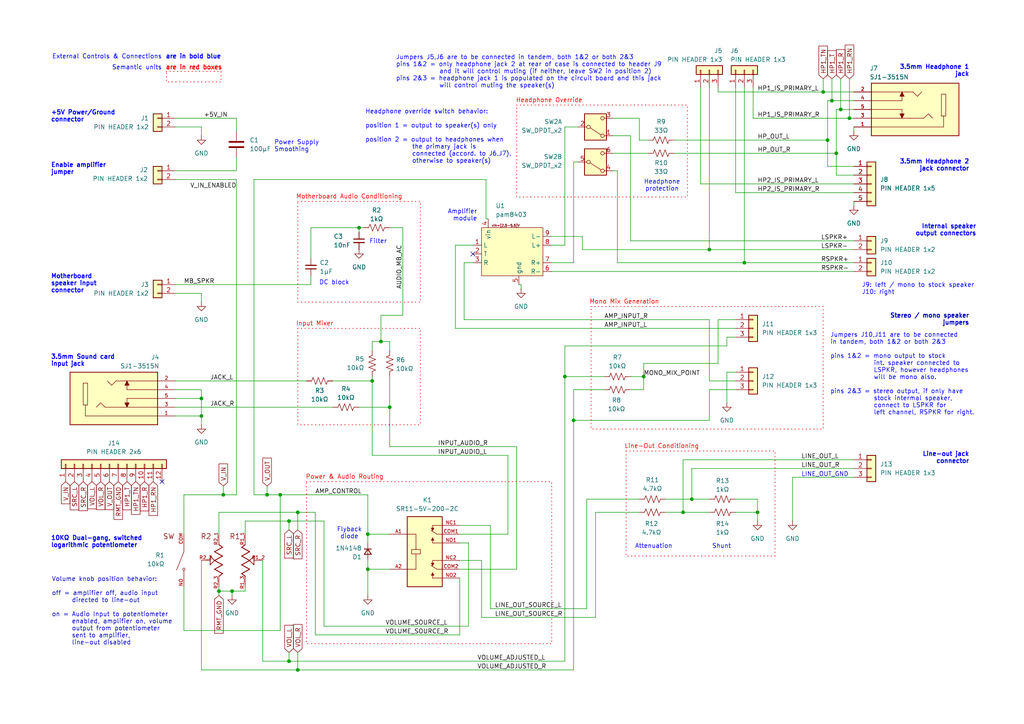
<source format=kicad_sch>
(kicad_sch (version 20250114) (generator "eeschema") (generator_version "9.0")
  (paper "A4")
  (title_block (title "Apple 2 Audio Helper") (date "2026-01-17") (rev "0.7.1") (company "Northwest Retroventures") (comment 1 "Optionally supports second internal speaker for stereo.") (comment 2 "Outputs to line-out jack & headphone jack (rear of case), stock speaker.") (comment 3 "Routes sound card and motherboard audio sources. Power from int. game port connector.") (comment 4 "Circuit to mount internal to Apple 2 beneath keyboard, exposing mode & volume knobs."))
  (lib_symbols
    (symbol "Connector_Generic:Conn_01x02" (pin_names (offset 1.016) (hide yes))
      (property "Reference" "J" (at 0 2.54 0))
      (property "Value" "Conn_01x02" (at 0 -5.08 0))
      (symbol "Conn_01x02_1_1"
        (pin passive line (at -5.08 0 0) (length 3.81) (name "Pin_1") (number "1"))
        (pin passive line (at -5.08 -2.54 0) (length 3.81) (name "Pin_2") (number "2"))
      )
    )
    (symbol "Connector_Generic:Conn_01x03" (pin_names (offset 1.016) (hide yes))
      (property "Reference" "J" (at 0 5.08 0))
      (property "Value" "Conn_01x03" (at 0 -5.08 0))
      (symbol "Conn_01x03_1_1"
        (pin passive line (at -5.08 2.54 0) (length 3.81) (name "Pin_1") (number "1"))
        (pin passive line (at -5.08 0 0) (length 3.81) (name "Pin_2") (number "2"))
        (pin passive line (at -5.08 -2.54 0) (length 3.81) (name "Pin_3") (number "3"))
      )
    )
    (symbol "Connector_Generic:Conn_01x05" (pin_names (offset 1.016) (hide yes))
      (property "Reference" "J" (at 0 7.62 0))
      (property "Value" "Conn_01x05" (at 0 -7.62 0))
      (symbol "Conn_01x05_1_1"
        (pin passive line (at -5.08 5.08 0) (length 3.81) (name "Pin_1") (number "1"))
        (pin passive line (at -5.08 2.54 0) (length 3.81) (name "Pin_2") (number "2"))
        (pin passive line (at -5.08 0 0) (length 3.81) (name "Pin_3") (number "3"))
        (pin passive line (at -5.08 -2.54 0) (length 3.81) (name "Pin_4") (number "4"))
        (pin passive line (at -5.08 -5.08 0) (length 3.81) (name "Pin_5") (number "5"))
      )
    )
    (symbol "Connector_Generic:Conn_01x12" (pin_names (offset 1.016) (hide yes))
      (property "Reference" "J" (at 0 15.24 0))
      (property "Value" "Conn_01x12" (at 0 -17.78 0))
      (symbol "Conn_01x12_1_1"
        (pin passive line (at -5.08 12.7 0) (length 3.81) (name "Pin_1") (number "1"))
        (pin passive line (at -5.08 10.16 0) (length 3.81) (name "Pin_2") (number "2"))
        (pin passive line (at -5.08 7.62 0) (length 3.81) (name "Pin_3") (number "3"))
        (pin passive line (at -5.08 5.08 0) (length 3.81) (name "Pin_4") (number "4"))
        (pin passive line (at -5.08 2.54 0) (length 3.81) (name "Pin_5") (number "5"))
        (pin passive line (at -5.08 0 0) (length 3.81) (name "Pin_6") (number "6"))
        (pin passive line (at -5.08 -2.54 0) (length 3.81) (name "Pin_7") (number "7"))
        (pin passive line (at -5.08 -5.08 0) (length 3.81) (name "Pin_8") (number "8"))
        (pin passive line (at -5.08 -7.62 0) (length 3.81) (name "Pin_9") (number "9"))
        (pin passive line (at -5.08 -10.16 0) (length 3.81) (name "Pin_10") (number "10"))
        (pin passive line (at -5.08 -12.7 0) (length 3.81) (name "Pin_11") (number "11"))
        (pin passive line (at -5.08 -15.24 0) (length 3.81) (name "Pin_12") (number "12"))
      )
    )
    (symbol "Device:C" (pin_numbers (hide yes)) (pin_names (offset 0.254))
      (property "Reference" "C" (at 0.635 2.54 0))
      (property "Value" "C" (at 0.635 -2.54 0))
      (symbol "C_1_1"
        (pin passive line (at 0 3.81 270) (length 2.794) (name "~") (number "1"))
        (pin passive line (at 0 -3.81 90) (length 2.794) (name "~") (number "2"))
      )
    )
    (symbol "Device:C_Small" (pin_numbers (hide yes)) (pin_names (offset 0.254) (hide yes))
      (property "Reference" "C" (at 0.254 1.778 0))
      (property "Value" "C_Small" (at 0.254 -2.032 0))
      (symbol "C_Small_1_1"
        (pin passive line (at 0 2.54 270) (length 2.032) (name "~") (number "1"))
        (pin passive line (at 0 -2.54 90) (length 2.032) (name "~") (number "2"))
      )
    )
    (symbol "Device:D_Small" (pin_numbers (hide yes)) (pin_names (offset 0.254) (hide yes))
      (property "Reference" "D" (at -1.27 2.032 0))
      (property "Value" "D_Small" (at -3.81 -2.032 0))
      (symbol "D_Small_1_1"
        (pin passive line (at -2.54 0 0) (length 1.778) (name "K") (number "1"))
        (pin passive line (at 2.54 0 180) (length 1.778) (name "A") (number "2"))
      )
    )
    (symbol "Device:R_US" (pin_numbers (hide yes)) (pin_names (offset 0))
      (property "Reference" "R" (at 2.54 0 90))
      (property "Value" "R_US" (at -2.54 0 90))
      (symbol "R_US_1_1"
        (pin passive line (at 0 3.81 270) (length 1.27) (name "~") (number "1"))
        (pin passive line (at 0 -3.81 90) (length 1.27) (name "~") (number "2"))
      )
    )
    (symbol "PTR902-1020K-A502:PTR902-1020K-A502" (pin_names (offset 1.016))
      (property "Reference" "R" (at -22.86 2.54 0))
      (property "Value" "PTR902-1020K-A502" (at -22.86 0 0))
      (symbol "PTR902-1020K-A502_0_0"
        (text "SW" (at -16.256 -7.874 0) (effects (font (size 1.524 1.524)) (justify left bottom)))
        (text "R2" (at -5.334 -7.874 0) (effects (font (size 1.524 1.524)) (justify left bottom)))
        (text "R1" (at 3.048 -7.874 0) (effects (font (size 1.524 1.524)) (justify left bottom)))
        (pin passive line (at -10.16 7.62 270) (length 2.54) (name "~") (number "NO"))
        (pin passive line (at -10.16 -7.62 90) (length 2.54) (name "~") (number "COM"))
        (pin passive line (at -5.08 0 0) (length 2.54) (name "~") (number "R2_2"))
        (pin passive line (at 0 7.62 270) (length 2.54) (name "~") (number "R2_3"))
        (pin passive line (at 0 -7.62 90) (length 2.54) (name "~") (number "R2_1"))
        (pin passive line (at 7.62 7.62 270) (length 2.54) (name "~") (number "R1_3"))
        (pin passive line (at 7.62 -7.62 90) (length 2.54) (name "~") (number "R1_1"))
        (pin passive line (at 12.7 0 180) (length 2.54) (name "~") (number "R1_2"))
      )
    )
    (symbol "SJ1-3515N:SJ1-3515N" (pin_names (offset 1.016))
      (property "Reference" "J" (at -12.7166 10.1733 0))
      (property "Value" "SJ1-3515N" (at -12.7202 -12.7202 0))
      (symbol "SJ1-3515N_0_0"
        (pin passive line (at 17.78 5.08 180) (length 5.08) (name "~") (number "1"))
        (pin passive line (at 17.78 2.54 180) (length 5.08) (name "~") (number "3"))
        (pin passive line (at 17.78 0 180) (length 5.08) (name "~") (number "5"))
        (pin passive line (at 17.78 -2.54 180) (length 5.08) (name "~") (number "4"))
        (pin passive line (at 17.78 -5.08 180) (length 5.08) (name "~") (number "2"))
      )
    )
    (symbol "SR11-5V-200-2C:SR11-5V-200-2C" (pin_names (offset 1.016))
      (property "Reference" "K" (at -5.08 11.43 0))
      (property "Value" "SR11-5V-200-2C" (at -5.08 -12.7 0))
      (symbol "SR11-5V-200-2C_0_0"
        (pin passive line (at -10.16 5.08 0) (length 5.08) (name "~") (number "A1"))
        (pin passive line (at -10.16 -5.08 0) (length 5.08) (name "~") (number "A2"))
        (pin passive line (at 10.16 7.62 180) (length 5.08) (name "~") (number "NC1"))
        (pin passive line (at 10.16 5.08 180) (length 5.08) (name "~") (number "COM1"))
        (pin passive line (at 10.16 2.54 180) (length 5.08) (name "~") (number "NO1"))
        (pin passive line (at 10.16 -2.54 180) (length 5.08) (name "~") (number "NC2"))
        (pin passive line (at 10.16 -5.08 180) (length 5.08) (name "~") (number "COM2"))
        (pin passive line (at 10.16 -7.62 180) (length 5.08) (name "~") (number "NO2"))
      )
    )
    (symbol "Switch:SW_DPDT_x2" (pin_names (offset 0) (hide yes))
      (property "Reference" "SW" (at 0 5.08 0))
      (property "Value" "SW_DPDT_x2" (at 0 -5.08 0))
      (symbol "SW_DPDT_x2_1_1"
        (pin passive line (at -5.08 0 0) (length 2.54) (name "B") (number "2"))
        (pin passive line (at 5.08 2.54 180) (length 2.54) (name "A") (number "1"))
        (pin passive line (at 5.08 -2.54 180) (length 2.54) (name "C") (number "3"))
      )
      (symbol "SW_DPDT_x2_2_1"
        (pin passive line (at -5.08 0 0) (length 2.54) (name "B") (number "5"))
        (pin passive line (at 5.08 2.54 180) (length 2.54) (name "A") (number "4"))
        (pin passive line (at 5.08 -2.54 180) (length 2.54) (name "C") (number "6"))
      )
    )
    (symbol "pam8403:pam8403"
      (property "Reference" "U?" (at -3.6956 13.97 0))
      (property "Value" "pam8403" (at -3.6956 11.43 0))
      (symbol "pam8403_0_0"
        (text "vin=[2.5-5.5]V" (at -1.27 8.255 0) (effects (font (size 0.7 0.7))))
      )
      (symbol "pam8403_1_1"
        (pin passive line (at -10.795 2.54 0) (length 2.54) (name "L") (number "1"))
        (pin passive line (at -10.795 0 0) (length 2.54) (name "T") (number "2"))
        (pin passive line (at -10.795 -2.54 0) (length 2.54) (name "R") (number "3"))
        (pin passive line (at -6.35 10.16 270) (length 2.54) (name "vin") (number "4"))
        (pin passive line (at 2.54 -8.89 90) (length 2.54) (name "gnd") (number "5"))
        (pin passive line (at 12.065 5.08 180) (length 2.54) (name "L-") (number "9"))
        (pin passive line (at 12.065 2.54 180) (length 2.54) (name "L+") (number "8"))
        (pin passive line (at 12.065 -2.54 180) (length 2.54) (name "R+") (number "7"))
        (pin passive line (at 12.065 -5.08 180) (length 2.54) (name "R-") (number "6"))
      )
    )
    (symbol "power:GND" (power) (pin_numbers (hide yes)) (pin_names (offset 0) (hide yes))
      (property "Value" "GND" (at 0 -3.81 0))
      (symbol "GND_1_1"
        (pin power_in line (at 0 0 270) (length 0) (name "~") (number "1"))
      )
    )
  )
  (rectangle (start 181.61 130.81) (end 224.79 161.29) (stroke (width 0.254) (type dot) (color 255 0 0 1)))
  (rectangle (start 88.9 139.7) (end 160.02 186.69) (stroke (width 0.254) (type dot) (color 255 0 0 1)))
  (rectangle (start 171.45 88.9) (end 238.76 124.46) (stroke (width 0.254) (type dot) (color 255 0 0 1)))
  (rectangle (start 86.36 58.42) (end 121.92 87.63) (stroke (width 0.254) (type dot) (color 255 0 0 1)))
  (rectangle (start 149.86 30.48) (end 199.39 57.15) (stroke (width 0.254) (type dot) (color 255 0 0 1)))
  (rectangle (start 86.36 95.25) (end 121.92 123.19) (stroke (width 0.254) (type dot) (color 255 0 0 1)))
  (text "Headphone Override" (at 149.606 29.21 0) (effects (font (size 1.27 1.27)) (justify left)))
  (text "LINE_OUT_GND" (at 239.268 137.668 0) (effects (font (size 1.27 1.27))))
  (text "3.5mm Sound card\ninput jack\n" (at 14.732 104.648 0) (effects (font (size 1.27 1.27) (thickness 0.254) (bold yes)) (justify left)))
  (text "10KΩ Dual-gang, switched\nlogarithmic potentiometer" (at 14.732 157.226 0) (effects (font (size 1.27 1.27) (thickness 0.254) (bold yes)) (justify left)))
  (text "Motherboard\nspeaker input\nconnector" (at 14.732 82.296 0) (effects (font (size 1.27 1.27) (thickness 0.254) (bold yes)) (justify left)))
  (text "Mono Mix Generation" (at 170.942 87.63 0) (effects (font (size 1.27 1.27)) (justify left)))
  (text "are in red boxes" (at 48.006 19.685 0) (effects (font (size 1.27 1.27) (thickness 0.254) (bold yes)) (justify left)))
  (text "External Controls & Connections" (at 46.99 16.51 0) (effects (font (size 1.27 1.27) (thickness 0.1588)) (justify right)))
  (text "Line-out jack\nconnector" (at 281.178 132.842 0) (effects (font (size 1.27 1.27) (thickness 0.254) (bold yes)) (justify right)))
  (text "Headphone\nprotection" (at 192.024 53.848 0) (effects (font (size 1.27 1.27))))
  (text "Jumpers J5,J6 are to be connected in tandem, both 1&2 or both 2&3\npins 1&2 = only headphone jack 2 at rear of case is connected to header J9\n             and it will control muting (if neither, leave SW2 in position 2)\npins 2&3 = headphone jack 1 is populated on the circuit board and this jack\n             will control muting the speaker(s)\n" (at 114.808 20.828 0) (effects (font (size 1.27 1.27)) (justify left)))
  (text "Semantic units" (at 46.99 19.685 0) (effects (font (size 1.27 1.27) (thickness 0.1588)) (justify right)))
  (text "Stereo / mono speaker\njumpers" (at 281.178 92.71 0) (effects (font (size 1.27 1.27) (thickness 0.254) (bold yes)) (justify right)))
  (text "Motherboard Audio Conditioning" (at 85.852 57.15 0) (effects (font (size 1.27 1.27)) (justify left)))
  (text "DC block" (at 101.346 82.042 0) (effects (font (size 1.27 1.27)) (justify right)))
  (text "Volume knob position behavior:\n\noff = amplifier off, audio input\n      directed to line-out\n\non = Audio Input to potentiometer\n      enabled, amplifier on, volume\n      output from potentiometer\n      sent to amplifier,\n      line-out disabled" (at 14.986 177.292 0) (effects (font (size 1.27 1.27)) (justify left)))
  (text "Attenuation" (at 184.15 158.496 0) (effects (font (size 1.27 1.27)) (justify left)))
  (text "Input Mixer" (at 85.852 93.98 0) (effects (font (size 1.27 1.27)) (justify left)))
  (text "Enable amplifier\njumper" (at 14.732 49.022 0) (effects (font (size 1.27 1.27) (thickness 0.254) (bold yes)) (justify left)))
  (text "Flyback\ndiode" (at 101.346 154.686 0) (effects (font (size 1.27 1.27))))
  (text "Headphone override switch behavior:\n\nposition 1 = output to speaker(s) only\n\nposition 2 = output to headphones when\n              the primary jack is\n              connected (accord. to J6,J7),\n              otherwise to speaker(s)\n" (at 105.918 39.624 0) (effects (font (size 1.27 1.27) (thickness 0.1588)) (justify left)))
  (text "J9: left / mono to stock speaker\nJ10: right" (at 249.936 82.042 0) (effects (font (size 1.27 1.27)) (justify left top)))
  (text "3.5mm Headphone 2\njack connector" (at 281.178 48.006 0) (effects (font (size 1.27 1.27) (thickness 0.254) (bold yes)) (justify right)))
  (text "Shunt" (at 206.502 158.496 0) (effects (font (size 1.27 1.27)) (justify left)))
  (text "are in bold blue" (at 48.006 16.51 0) (effects (font (size 1.27 1.27) (thickness 0.254) (bold yes)) (justify left)))
  (text "Filter" (at 112.268 70.104 0) (effects (font (size 1.27 1.27)) (justify right)))
  (text "Power Supply\nSmoothing" (at 79.502 42.418 0) (effects (font (size 1.27 1.27)) (justify left)))
  (text "3.5mm Headphone 1\njack" (at 281.178 20.574 0) (effects (font (size 1.27 1.27) (thickness 0.254) (bold yes)) (justify right)))
  (text "+5V Power/Ground\nconnector" (at 14.732 33.782 0) (effects (font (size 1.27 1.27) (thickness 0.254) (bold yes)) (justify left)))
  (text "Jumpers J10,J11 are to be connected\nin tandem, both 1&2 or both 2&3\n\npins 1&2 = mono output to stock \n             int. speaker connected to\n             LSPKR, however headphones\n             will be mono also.\n\npins 2&3 = stereo output, if only have\n             stock intermal speaker,\n             connect to LSPKR for\n             left channel, RSPKR for right." (at 240.792 96.52 0) (effects (font (size 1.27 1.27)) (justify left top)))
  (text "Line-Out Conditioning" (at 181.102 129.54 0) (effects (font (size 1.27 1.27)) (justify left)))
  (text "Power & Audio Routing" (at 88.646 138.43 0) (effects (font (size 1.27 1.27)) (justify left)))
  (text "Amplifier\nmodule" (at 138.43 62.484 0) (effects (font (size 1.27 1.27) (thickness 0.1588)) (justify right)))
  (text "Internal speaker\noutput connectors" (at 283.21 66.802 0) (effects (font (size 1.27 1.27) (thickness 0.254) (bold yes)) (justify right)))
  (text_box "" (at 48.26 20.701 0) (size 15.875 3.048) (margins 0.9525 0.9525 0.9525 0.9525) (stroke (width 0.254) (type dot) (color 255 0 0 1)) (effects (font (size 1.27 1.27) (thickness 0.254) (bold yes)) (justify left top)))
  (junction (at 113.03 118.11))
  (junction (at 205.74 72.39))
  (junction (at 64.77 143.51))
  (junction (at 81.28 143.51))
  (junction (at 63.5 171.45))
  (junction (at 83.82 191.77))
  (junction (at 243.84 31.75))
  (junction (at 58.42 115.57))
  (junction (at 67.31 171.45))
  (junction (at 186.69 109.22))
  (junction (at 83.82 151.13))
  (junction (at 198.12 148.59))
  (junction (at 110.49 99.06))
  (junction (at 86.36 148.59))
  (junction (at 104.14 66.04))
  (junction (at 240.03 40.64))
  (junction (at 242.57 44.45))
  (junction (at 241.3 29.21))
  (junction (at 163.83 109.22))
  (junction (at 166.37 121.92))
  (junction (at 238.76 26.67))
  (junction (at 58.42 120.65))
  (junction (at 107.95 110.49))
  (junction (at 200.66 144.78))
  (junction (at 215.9 76.2))
  (junction (at 77.47 143.51))
  (junction (at 246.38 34.29))
  (junction (at 106.68 154.94))
  (junction (at 219.71 148.59))
  (junction (at 86.36 194.31))
  (junction (at 106.68 165.1))
  (no_connect (at 46.99 139.7))
  (no_connect (at 137.16 73.66))
  (wire (pts (xy 205.74 113.03) (xy 205.74 121.92)))
  (wire (pts (xy 213.36 25.4) (xy 213.36 55.88)))
  (wire (pts (xy 177.8 44.45) (xy 187.96 44.45)))
  (wire (pts (xy 160.02 76.2) (xy 166.37 76.2)))
  (wire (pts (xy 205.74 110.49) (xy 213.36 110.49)))
  (wire (pts (xy 93.98 181.61) (xy 135.89 181.61)))
  (wire (pts (xy 106.68 162.56) (xy 106.68 165.1)))
  (wire (pts (xy 58.42 120.65) (xy 58.42 123.19)))
  (wire (pts (xy 177.8 34.29) (xy 185.42 34.29)))
  (wire (pts (xy 58.42 194.31) (xy 86.36 194.31)))
  (wire (pts (xy 116.84 66.04) (xy 116.84 91.44)))
  (wire (pts (xy 240.03 40.64) (xy 240.03 48.26)))
  (wire (pts (xy 71.12 151.13) (xy 71.12 154.94)))
  (wire (pts (xy 90.17 80.01) (xy 90.17 82.55)))
  (wire (pts (xy 229.87 138.43) (xy 229.87 151.13)))
  (wire (pts (xy 195.58 40.64) (xy 240.03 40.64)))
  (wire (pts (xy 73.66 52.07) (xy 140.97 52.07)))
  (wire (pts (xy 195.58 44.45) (xy 242.57 44.45)))
  (wire (pts (xy 205.74 72.39) (xy 247.65 72.39)))
  (wire (pts (xy 58.42 85.09) (xy 58.42 87.63)))
  (wire (pts (xy 81.28 143.51) (xy 106.68 143.51)))
  (wire (pts (xy 139.7 162.56) (xy 139.7 179.07)))
  (wire (pts (xy 110.49 99.06) (xy 113.03 99.06)))
  (wire (pts (xy 50.8 36.83) (xy 58.42 36.83)))
  (wire (pts (xy 193.04 148.59) (xy 198.12 148.59)))
  (wire (pts (xy 170.18 144.78) (xy 185.42 144.78)))
  (wire (pts (xy 179.07 76.2) (xy 215.9 76.2)))
  (wire (pts (xy 134.62 76.2) (xy 134.62 92.71)))
  (wire (pts (xy 73.66 52.07) (xy 73.66 143.51)))
  (wire (pts (xy 93.98 151.13) (xy 93.98 181.61)))
  (wire (pts (xy 247.65 36.83) (xy 247.65 38.1)))
  (wire (pts (xy 213.36 148.59) (xy 219.71 148.59)))
  (wire (pts (xy 58.42 113.03) (xy 58.42 115.57)))
  (wire (pts (xy 110.49 91.44) (xy 110.49 99.06)))
  (wire (pts (xy 58.42 115.57) (xy 58.42 120.65)))
  (wire (pts (xy 177.8 49.53) (xy 179.07 49.53)))
  (wire (pts (xy 238.76 26.67) (xy 247.65 26.67)))
  (wire (pts (xy 107.95 99.06) (xy 107.95 101.6)))
  (wire (pts (xy 132.08 71.12) (xy 132.08 95.25)))
  (wire (pts (xy 160.02 71.12) (xy 163.83 71.12)))
  (wire (pts (xy 58.42 36.83) (xy 58.42 39.37)))
  (wire (pts (xy 91.44 148.59) (xy 91.44 184.15)))
  (wire (pts (xy 240.03 48.26) (xy 247.65 48.26)))
  (wire (pts (xy 53.34 182.88) (xy 81.28 182.88)))
  (wire (pts (xy 213.36 107.95) (xy 210.82 107.95)))
  (wire (pts (xy 106.68 165.1) (xy 106.68 172.72)))
  (wire (pts (xy 104.14 66.04) (xy 104.14 67.31)))
  (wire (pts (xy 247.65 59.69) (xy 247.65 58.42)))
  (wire (pts (xy 208.28 25.4) (xy 208.28 26.67)))
  (wire (pts (xy 210.82 97.79) (xy 213.36 97.79)))
  (wire (pts (xy 106.68 154.94) (xy 106.68 157.48)))
  (wire (pts (xy 147.32 132.08) (xy 147.32 154.94)))
  (wire (pts (xy 90.17 66.04) (xy 104.14 66.04)))
  (wire (pts (xy 193.04 144.78) (xy 200.66 144.78)))
  (wire (pts (xy 133.35 157.48) (xy 135.89 157.48)))
  (wire (pts (xy 200.66 144.78) (xy 205.74 144.78)))
  (wire (pts (xy 246.38 34.29) (xy 247.65 34.29)))
  (wire (pts (xy 219.71 148.59) (xy 219.71 151.13)))
  (wire (pts (xy 86.36 148.59) (xy 86.36 153.67)))
  (wire (pts (xy 133.35 152.4) (xy 142.24 152.4)))
  (wire (pts (xy 67.31 171.45) (xy 67.31 172.72)))
  (wire (pts (xy 179.07 49.53) (xy 179.07 76.2)))
  (wire (pts (xy 71.12 151.13) (xy 83.82 151.13)))
  (wire (pts (xy 107.95 132.08) (xy 147.32 132.08)))
  (wire (pts (xy 133.35 162.56) (xy 139.7 162.56)))
  (wire (pts (xy 110.49 91.44) (xy 116.84 91.44)))
  (wire (pts (xy 96.52 110.49) (xy 107.95 110.49)))
  (wire (pts (xy 63.5 148.59) (xy 63.5 154.94)))
  (wire (pts (xy 240.03 29.21) (xy 240.03 40.64)))
  (wire (pts (xy 218.44 34.29) (xy 246.38 34.29)))
  (wire (pts (xy 215.9 25.4) (xy 215.9 76.2)))
  (wire (pts (xy 177.8 39.37) (xy 182.88 39.37)))
  (wire (pts (xy 63.5 171.45) (xy 63.5 170.18)))
  (wire (pts (xy 140.97 63.5) (xy 140.97 52.07)))
  (wire (pts (xy 182.88 39.37) (xy 182.88 69.85)))
  (wire (pts (xy 104.14 66.04) (xy 105.41 66.04)))
  (wire (pts (xy 149.86 129.54) (xy 149.86 165.1)))
  (wire (pts (xy 243.84 22.86) (xy 243.84 31.75)))
  (wire (pts (xy 90.17 66.04) (xy 90.17 74.93)))
  (wire (pts (xy 106.68 143.51) (xy 106.68 154.94)))
  (wire (pts (xy 163.83 36.83) (xy 167.64 36.83)))
  (wire (pts (xy 168.91 68.58) (xy 168.91 72.39)))
  (wire (pts (xy 200.66 135.89) (xy 200.66 144.78)))
  (wire (pts (xy 50.8 34.29) (xy 68.58 34.29)))
  (wire (pts (xy 185.42 40.64) (xy 187.96 40.64)))
  (wire (pts (xy 68.58 52.07) (xy 68.58 143.51)))
  (wire (pts (xy 205.74 110.49) (xy 205.74 92.71)))
  (wire (pts (xy 53.34 170.18) (xy 53.34 182.88)))
  (wire (pts (xy 166.37 46.99) (xy 166.37 76.2)))
  (wire (pts (xy 113.03 99.06) (xy 113.03 101.6)))
  (wire (pts (xy 205.74 25.4) (xy 205.74 72.39)))
  (wire (pts (xy 168.91 72.39) (xy 205.74 72.39)))
  (wire (pts (xy 172.72 148.59) (xy 172.72 179.07)))
  (wire (pts (xy 50.8 110.49) (xy 88.9 110.49)))
  (wire (pts (xy 246.38 22.86) (xy 246.38 34.29)))
  (wire (pts (xy 86.36 148.59) (xy 91.44 148.59)))
  (wire (pts (xy 198.12 133.35) (xy 247.65 133.35)))
  (wire (pts (xy 163.83 109.22) (xy 163.83 191.77)))
  (wire (pts (xy 203.2 53.34) (xy 247.65 53.34)))
  (wire (pts (xy 242.57 44.45) (xy 242.57 50.8)))
  (wire (pts (xy 210.82 107.95) (xy 210.82 116.84)))
  (wire (pts (xy 242.57 50.8) (xy 247.65 50.8)))
  (wire (pts (xy 91.44 184.15) (xy 133.35 184.15)))
  (wire (pts (xy 68.58 143.51) (xy 64.77 143.51)))
  (wire (pts (xy 104.14 118.11) (xy 113.03 118.11)))
  (wire (pts (xy 242.57 31.75) (xy 242.57 44.45)))
  (wire (pts (xy 140.97 63.5) (xy 141.605 63.5)))
  (wire (pts (xy 76.2 191.77) (xy 76.2 162.56)))
  (wire (pts (xy 133.35 167.64) (xy 133.35 184.15)))
  (wire (pts (xy 63.5 148.59) (xy 86.36 148.59)))
  (wire (pts (xy 50.8 49.53) (xy 68.58 49.53)))
  (wire (pts (xy 208.28 92.71) (xy 213.36 92.71)))
  (wire (pts (xy 185.42 40.64) (xy 185.42 34.29)))
  (wire (pts (xy 163.83 100.33) (xy 210.82 100.33)))
  (wire (pts (xy 198.12 148.59) (xy 205.74 148.59)))
  (wire (pts (xy 86.36 189.23) (xy 86.36 194.31)))
  (wire (pts (xy 81.28 182.88) (xy 81.28 143.51)))
  (wire (pts (xy 151.13 82.55) (xy 151.13 83.82)))
  (wire (pts (xy 218.44 25.4) (xy 218.44 34.29)))
  (wire (pts (xy 205.74 113.03) (xy 213.36 113.03)))
  (wire (pts (xy 83.82 191.77) (xy 163.83 191.77)))
  (wire (pts (xy 77.47 143.51) (xy 81.28 143.51)))
  (wire (pts (xy 203.2 25.4) (xy 203.2 53.34)))
  (wire (pts (xy 186.69 109.22) (xy 186.69 113.03)))
  (wire (pts (xy 200.66 135.89) (xy 247.65 135.89)))
  (wire (pts (xy 63.5 171.45) (xy 63.5 172.72)))
  (wire (pts (xy 166.37 121.92) (xy 166.37 194.31)))
  (wire (pts (xy 135.89 157.48) (xy 135.89 181.61)))
  (wire (pts (xy 50.8 82.55) (xy 90.17 82.55)))
  (wire (pts (xy 160.02 68.58) (xy 168.91 68.58)))
  (wire (pts (xy 107.95 99.06) (xy 110.49 99.06)))
  (wire (pts (xy 50.8 120.65) (xy 58.42 120.65)))
  (wire (pts (xy 83.82 151.13) (xy 93.98 151.13)))
  (wire (pts (xy 132.08 71.12) (xy 137.16 71.12)))
  (wire (pts (xy 113.03 129.54) (xy 149.86 129.54)))
  (wire (pts (xy 182.88 109.22) (xy 186.69 109.22)))
  (wire (pts (xy 113.03 109.22) (xy 113.03 118.11)))
  (wire (pts (xy 107.95 110.49) (xy 107.95 132.08)))
  (wire (pts (xy 215.9 76.2) (xy 247.65 76.2)))
  (wire (pts (xy 133.35 154.94) (xy 147.32 154.94)))
  (wire (pts (xy 73.66 143.51) (xy 77.47 143.51)))
  (wire (pts (xy 50.8 52.07) (xy 68.58 52.07)))
  (wire (pts (xy 58.42 85.09) (xy 50.8 85.09)))
  (wire (pts (xy 50.8 115.57) (xy 58.42 115.57)))
  (wire (pts (xy 182.88 113.03) (xy 186.69 113.03)))
  (wire (pts (xy 68.58 34.29) (xy 68.58 38.1)))
  (wire (pts (xy 71.12 171.45) (xy 71.12 170.18)))
  (wire (pts (xy 50.8 118.11) (xy 96.52 118.11)))
  (wire (pts (xy 76.2 191.77) (xy 83.82 191.77)))
  (wire (pts (xy 163.83 109.22) (xy 175.26 109.22)))
  (wire (pts (xy 166.37 113.03) (xy 166.37 121.92)))
  (wire (pts (xy 86.36 194.31) (xy 166.37 194.31)))
  (wire (pts (xy 170.18 176.53) (xy 170.18 144.78)))
  (wire (pts (xy 107.95 109.22) (xy 107.95 110.49)))
  (wire (pts (xy 83.82 151.13) (xy 83.82 153.67)))
  (wire (pts (xy 50.8 113.03) (xy 58.42 113.03)))
  (wire (pts (xy 166.37 46.99) (xy 167.64 46.99)))
  (wire (pts (xy 219.71 144.78) (xy 219.71 148.59)))
  (wire (pts (xy 53.34 143.51) (xy 53.34 154.94)))
  (wire (pts (xy 198.12 133.35) (xy 198.12 148.59)))
  (wire (pts (xy 58.42 162.56) (xy 58.42 194.31)))
  (wire (pts (xy 142.24 176.53) (xy 170.18 176.53)))
  (wire (pts (xy 208.28 105.41) (xy 208.28 92.71)))
  (wire (pts (xy 172.72 148.59) (xy 185.42 148.59)))
  (wire (pts (xy 68.58 45.72) (xy 68.58 49.53)))
  (wire (pts (xy 182.88 69.85) (xy 247.65 69.85)))
  (wire (pts (xy 106.68 165.1) (xy 113.03 165.1)))
  (wire (pts (xy 106.68 154.94) (xy 113.03 154.94)))
  (wire (pts (xy 113.03 118.11) (xy 113.03 129.54)))
  (wire (pts (xy 241.3 29.21) (xy 247.65 29.21)))
  (wire (pts (xy 116.84 66.04) (xy 113.03 66.04)))
  (wire (pts (xy 210.82 97.79) (xy 210.82 100.33)))
  (wire (pts (xy 243.84 31.75) (xy 247.65 31.75)))
  (wire (pts (xy 67.31 171.45) (xy 63.5 171.45)))
  (wire (pts (xy 133.35 165.1) (xy 149.86 165.1)))
  (wire (pts (xy 166.37 121.92) (xy 205.74 121.92)))
  (wire (pts (xy 160.02 78.74) (xy 247.65 78.74)))
  (wire (pts (xy 166.37 113.03) (xy 175.26 113.03)))
  (wire (pts (xy 243.84 31.75) (xy 242.57 31.75)))
  (wire (pts (xy 241.3 22.86) (xy 241.3 29.21)))
  (wire (pts (xy 134.62 92.71) (xy 205.74 92.71)))
  (wire (pts (xy 163.83 100.33) (xy 163.83 109.22)))
  (wire (pts (xy 213.36 55.88) (xy 247.65 55.88)))
  (wire (pts (xy 64.77 143.51) (xy 53.34 143.51)))
  (wire (pts (xy 208.28 26.67) (xy 238.76 26.67)))
  (wire (pts (xy 134.62 76.2) (xy 137.16 76.2)))
  (wire (pts (xy 186.69 105.41) (xy 208.28 105.41)))
  (wire (pts (xy 83.82 189.23) (xy 83.82 191.77)))
  (wire (pts (xy 77.47 140.97) (xy 77.47 143.51)))
  (wire (pts (xy 64.77 140.97) (xy 64.77 143.51)))
  (wire (pts (xy 132.08 95.25) (xy 213.36 95.25)))
  (wire (pts (xy 163.83 36.83) (xy 163.83 71.12)))
  (wire (pts (xy 213.36 144.78) (xy 219.71 144.78)))
  (wire (pts (xy 151.13 82.55) (xy 150.495 82.55)))
  (wire (pts (xy 186.69 105.41) (xy 186.69 109.22)))
  (wire (pts (xy 142.24 152.4) (xy 142.24 176.53)))
  (wire (pts (xy 67.31 171.45) (xy 71.12 171.45)))
  (wire (pts (xy 238.76 22.86) (xy 238.76 26.67)))
  (wire (pts (xy 229.87 138.43) (xy 247.65 138.43)))
  (wire (pts (xy 139.7 179.07) (xy 172.72 179.07)))
  (wire (pts (xy 240.03 29.21) (xy 241.3 29.21)))
  (label "VOLUME_ADJUSTED_R" (at 138.43 194.31 0))
  (label "MONO_MIX_POINT" (at 186.69 109.22 0))
  (label "LSPKR+" (at 238.125 69.85 0))
  (label "RSPKR-" (at 238.125 78.74 0))
  (label "MB_SPKR" (at 62.23 82.55 180))
  (label "LINE_OUT_R" (at 232.41 135.89 0))
  (label "+5V_IN" (at 66.04 34.29 180))
  (label "INPUT_AUDIO_L" (at 127 132.08 0))
  (label "LSPKR-" (at 238.125 72.39 0))
  (label "HP2_IS_PRIMARY_R" (at 219.71 55.88 0))
  (label "AMP_INPUT_R" (at 175.26 92.71 0))
  (label "AMP_CONTROL" (at 91.44 143.51 0))
  (label "V_IN_ENABLED" (at 68.58 53.34 180))
  (label "LINE_OUT_L" (at 232.41 133.35 0))
  (label "AMP_INPUT_L" (at 175.26 95.25 0))
  (label "INPUT_AUDIO_R" (at 127 129.54 0))
  (label "VOLUME_SOURCE_L" (at 111.76 181.61 0))
  (label "HP_OUT_L" (at 219.71 40.64 0))
  (label "JACK_L" (at 60.96 110.49 0))
  (label "AUDIO_MB_AC" (at 116.84 83.82 90))
  (label "JACK_R" (at 60.96 118.11 0))
  (label "HP2_IS_PRIMARY_L" (at 219.71 53.34 0))
  (label "VOLUME_SOURCE_R" (at 111.76 184.15 0))
  (label "HP1_IS_PRIMARY_R" (at 219.71 34.29 0))
  (label "LINE_OUT_SOURCE_R" (at 143.51 179.07 0))
  (label "LINE_OUT_SOURCE_L" (at 143.51 176.53 0))
  (label "RSPKR+" (at 238.125 76.2 0))
  (label "HP_OUT_R" (at 219.71 44.45 0))
  (label "VOLUME_ADJUSTED_L" (at 138.43 191.77 0))
  (label "HP1_IS_PRIMARY_L" (at 219.71 26.67 0))
  (global_label "SRC_R" (shape input) (at 24.13 139.7 270) (property "Intersheetrefs" "${INTERSHEET_REFS}" (effects (hide yes))))
  (global_label "RMT_GND" (shape input) (at 34.29 139.7 270) (property "Intersheetrefs" "${INTERSHEET_REFS}" (effects (hide yes))))
  (global_label "V_IN" (shape input) (at 19.05 139.7 270) (property "Intersheetrefs" "${INTERSHEET_REFS}" (effects (hide yes))))
  (global_label "VOL_R" (shape input) (at 86.36 189.23 90) (property "Intersheetrefs" "${INTERSHEET_REFS}" (effects (hide yes))))
  (global_label "HP1_R" (shape input) (at 243.84 22.86 90) (property "Intersheetrefs" "${INTERSHEET_REFS}" (effects (hide yes))))
  (global_label "V_OUT" (shape input) (at 77.47 140.97 90) (property "Intersheetrefs" "${INTERSHEET_REFS}" (effects (hide yes))))
  (global_label "HP1_RN" (shape input) (at 44.45 139.7 270) (property "Intersheetrefs" "${INTERSHEET_REFS}" (effects (hide yes))))
  (global_label "VOL_R" (shape input) (at 29.21 139.7 270) (property "Intersheetrefs" "${INTERSHEET_REFS}" (effects (hide yes))))
  (global_label "RMT_GND" (shape input) (at 63.5 172.72 270) (property "Intersheetrefs" "${INTERSHEET_REFS}" (effects (hide yes))))
  (global_label "HP1_TN" (shape input) (at 39.37 139.7 270) (property "Intersheetrefs" "${INTERSHEET_REFS}" (effects (hide yes))))
  (global_label "HP1_T" (shape input) (at 241.3 22.86 90) (property "Intersheetrefs" "${INTERSHEET_REFS}" (effects (hide yes))))
  (global_label "HP1_TN" (shape input) (at 238.76 22.86 90) (property "Intersheetrefs" "${INTERSHEET_REFS}" (effects (hide yes))))
  (global_label "V_OUT" (shape input) (at 31.75 139.7 270) (property "Intersheetrefs" "${INTERSHEET_REFS}" (effects (hide yes))))
  (global_label "HP1_T" (shape input) (at 36.83 139.7 270) (property "Intersheetrefs" "${INTERSHEET_REFS}" (effects (hide yes))))
  (global_label "VOL_L" (shape input) (at 83.82 189.23 90) (property "Intersheetrefs" "${INTERSHEET_REFS}" (effects (hide yes))))
  (global_label "V_IN" (shape input) (at 64.77 140.97 90) (property "Intersheetrefs" "${INTERSHEET_REFS}" (effects (hide yes))))
  (global_label "SRC_L" (shape input) (at 83.82 153.67 270) (property "Intersheetrefs" "${INTERSHEET_REFS}" (effects (hide yes))))
  (global_label "VOL_L" (shape input) (at 26.67 139.7 270) (property "Intersheetrefs" "${INTERSHEET_REFS}" (effects (hide yes))))
  (global_label "HP1_RN" (shape input) (at 246.38 22.86 90) (property "Intersheetrefs" "${INTERSHEET_REFS}" (effects (hide yes))))
  (global_label "HP1_R" (shape input) (at 41.91 139.7 270) (property "Intersheetrefs" "${INTERSHEET_REFS}" (effects (hide yes))))
  (global_label "SRC_R" (shape input) (at 86.36 153.67 270) (property "Intersheetrefs" "${INTERSHEET_REFS}" (effects (hide yes))))
  (global_label "SRC_L" (shape input) (at 21.59 139.7 270) (property "Intersheetrefs" "${INTERSHEET_REFS}" (effects (hide yes))))
  (symbol (lib_id "Device:R_US") (at 189.23 148.59 270) (unit 1)
    (property "Reference" "R12" (at 188.976 151.892 90))
    (property "Value" "4.7kΩ" (at 188.976 154.432 90))
    (property "Footprint" "Resistor_THT:R_Axial_DIN0207_L6.3mm_D2.5mm_P10.16mm_Horizontal" (effects (hide yes)))
    (property "Description" "Resistor, US symbol" (effects (hide yes)))
  )
  (symbol (lib_id "power:GND") (at 151.13 83.82 0) (unit 1)
    (property "Reference" "#PWR07" (effects (hide yes)))
    (property "Value" "GND" (at 151.13 88.9 0))
    (property "Description" "Power symbol creates a global label with name \"GND\" , ground" (effects (hide yes)))
  )
  (symbol (lib_id "Connector_Generic:Conn_01x12") (at 31.75 134.62 90) (unit 1)
    (property "Reference" "J14" (at 33.02 128.524 90))
    (property "Value" "PIN HEADER 2x6" (at 33.02 131.064 90))
    (property "Footprint" "Connector_PinSocket_2.00mm:PinSocket_2x06_P2.00mm_Vertical" (effects (hide yes)))
    (property "Description" "Generic connector, single row, 01x12, script generated (kicad-library-utils/schlib/autogen/connector/)" (effects (hide yes)))
  )
  (symbol (lib_id "Connector_Generic:Conn_01x02") (at 45.72 82.55 0) (mirror y) (unit 1)
    (property "Reference" "J3" (at 43.18 82.5499 0) (effects (justify left)))
    (property "Value" "PIN HEADER 1x2" (at 43.18 85.0899 0) (effects (justify left)))
    (property "Footprint" "Connector_Molex:Molex_KK-254_AE-6410-02A_1x02_P2.54mm_Vertical" (effects (hide yes)))
    (property "Description" "Generic connector, single row, 01x02, script generated (kicad-library-utils/schlib/autogen/connector/)" (effects (hide yes)))
    (property "Sim.Device" "V" (effects (hide yes)))
    (property "Sim.Type" "PULSE" (effects (hide yes)))
    (property "Sim.Pins" "1=+ 2=-" (effects (hide yes)))
    (property "Sim.Params" "y1=0 y2=5 td=0 tr=2n tf=2n tw=500n per=1m" (effects (hide yes)))
  )
  (symbol (lib_id "Connector_Generic:Conn_01x03") (at 252.73 135.89 0) (unit 1)
    (property "Reference" "J13" (at 255.27 134.6199 0) (effects (justify left)))
    (property "Value" "PIN HEADER 1x3" (at 255.27 137.1599 0) (effects (justify left)))
    (property "Footprint" "Connector_Molex:Molex_KK-254_AE-6410-03A_1x03_P2.54mm_Vertical" (effects (hide yes)))
    (property "Description" "Generic connector, single row, 01x03, script generated (kicad-library-utils/schlib/autogen/connector/)" (effects (hide yes)))
  )
  (symbol (lib_id "Device:R_US") (at 109.22 66.04 90) (unit 1)
    (property "Reference" "R2" (at 109.22 60.96 90))
    (property "Value" "1kΩ" (at 109.22 63.5 90))
    (property "Footprint" "Resistor_THT:R_Axial_DIN0207_L6.3mm_D2.5mm_P10.16mm_Horizontal" (effects (hide yes)))
    (property "Description" "Resistor, US symbol" (effects (hide yes)))
  )
  (symbol (lib_id "power:GND") (at 210.82 116.84 0) (unit 1)
    (property "Reference" "#PWR08" (effects (hide yes)))
    (property "Value" "GND" (at 210.82 121.92 0))
    (property "Description" "Power symbol creates a global label with name \"GND\" , ground" (effects (hide yes)))
  )
  (symbol (lib_id "Device:R_US") (at 209.55 148.59 90) (unit 1)
    (property "Reference" "R14" (at 209.55 151.892 90))
    (property "Value" "1kΩ" (at 209.55 154.432 90))
    (property "Footprint" "Resistor_THT:R_Axial_DIN0207_L6.3mm_D2.5mm_P10.16mm_Horizontal" (effects (hide yes)))
    (property "Description" "Resistor, US symbol" (effects (hide yes)))
  )
  (symbol (lib_id "Device:C_Small") (at 104.14 69.85 0) (unit 1)
    (property "Reference" "C3" (at 96.774 68.58 0) (effects (justify left)))
    (property "Value" "10nF" (at 96.774 71.12 0) (effects (justify left)))
    (property "Footprint" "Capacitor_THT:C_Disc_D4.7mm_W2.5mm_P5.00mm" (effects (hide yes)))
    (property "Description" "Unpolarized capacitor, small symbol" (effects (hide yes)))
  )
  (symbol (lib_id "Device:D_Small") (at 106.68 160.02 90) (mirror x) (unit 1)
    (property "Reference" "D1" (at 104.902 161.544 90) (effects (justify left)))
    (property "Value" "1N4148" (at 104.902 159.004 90) (effects (justify left)))
    (property "Footprint" "Diode_THT:D_DO-35_SOD27_P7.62mm_Horizontal" (effects (hide yes)))
    (property "Description" "Diode, small symbol" (effects (hide yes)))
    (property "Sim.Device" "D" (effects (hide yes)))
    (property "Sim.Pins" "1=K 2=A" (effects (hide yes)))
  )
  (symbol (lib_id "power:GND") (at 58.42 39.37 0) (unit 1)
    (property "Reference" "#PWR01" (effects (hide yes)))
    (property "Value" "GND" (at 58.42 44.45 0))
    (property "Description" "Power symbol creates a global label with name \"GND\" , ground" (effects (hide yes)))
  )
  (symbol (lib_id "Device:R_US") (at 113.03 105.41 0) (mirror y) (unit 1)
    (property "Reference" "R6" (at 114.808 104.394 0) (effects (justify right)))
    (property "Value" "10kΩ" (at 114.808 106.934 0) (effects (justify right)))
    (property "Footprint" "Resistor_THT:R_Axial_DIN0207_L6.3mm_D2.5mm_P10.16mm_Horizontal" (effects (hide yes)))
    (property "Description" "Resistor, US symbol" (effects (hide yes)))
  )
  (symbol (lib_id "Connector_Generic:Conn_01x03") (at 218.44 95.25 0) (unit 1)
    (property "Reference" "J11" (at 220.98 93.9799 0) (effects (justify left)))
    (property "Value" "PIN HEADER 1x3" (at 220.98 96.5199 0) (effects (justify left)))
    (property "Footprint" "Connector_PinHeader_2.54mm:PinHeader_1x03_P2.54mm_Vertical" (effects (hide yes)))
    (property "Description" "Generic connector, single row, 01x03, script generated (kicad-library-utils/schlib/autogen/connector/)" (effects (hide yes)))
    (property "Sim.Device" "R" (effects (hide yes)))
    (property "Sim.Pins" "1=+ 2=-" (effects (hide yes)))
    (property "Sim.Params" "r=1u" (effects (hide yes)))
  )
  (symbol (lib_id "Device:C_Small") (at 90.17 77.47 180) (unit 1)
    (property "Reference" "C2" (at 92.71 76.1935 0) (effects (justify right)))
    (property "Value" "1µF" (at 92.71 78.7335 0) (effects (justify right)))
    (property "Footprint" "Capacitor_THT:C_Radial_D5.0mm_H5.0mm_P2.00mm" (effects (hide yes)))
    (property "Description" "Unpolarized capacitor, small symbol" (effects (hide yes)))
  )
  (symbol (lib_id "Connector_Generic:Conn_01x03") (at 205.74 20.32 90) (unit 1)
    (property "Reference" "J5" (at 209.55 14.732 90) (effects (justify left)))
    (property "Value" "PIN HEADER 1x3" (at 209.55 17.272 90) (effects (justify left)))
    (property "Footprint" "Connector_PinHeader_2.54mm:PinHeader_1x03_P2.54mm_Vertical" (effects (hide yes)))
    (property "Description" "Generic connector, single row, 01x03, script generated (kicad-library-utils/schlib/autogen/connector/)" (effects (hide yes)))
  )
  (symbol (lib_id "power:GND") (at 106.68 172.72 0) (unit 1)
    (property "Reference" "#PWR06" (effects (hide yes)))
    (property "Value" "GND" (at 106.68 177.8 0))
    (property "Description" "Power symbol creates a global label with name \"GND\" , ground" (effects (hide yes)))
  )
  (symbol (lib_id "Device:R_US") (at 92.71 110.49 90) (unit 1)
    (property "Reference" "R3" (at 92.71 113.284 90))
    (property "Value" "10kΩ" (at 92.71 115.824 90))
    (property "Footprint" "Resistor_THT:R_Axial_DIN0207_L6.3mm_D2.5mm_P10.16mm_Horizontal" (effects (hide yes)))
    (property "Description" "Resistor, US symbol" (effects (hide yes)))
  )
  (symbol (lib_id "Device:R_US") (at 179.07 109.22 90) (unit 1)
    (property "Reference" "R7" (at 179.07 103.632 90))
    (property "Value" "10kΩ" (at 179.07 106.172 90))
    (property "Footprint" "Resistor_THT:R_Axial_DIN0207_L6.3mm_D2.5mm_P10.16mm_Horizontal" (effects (hide yes)))
    (property "Description" "Resistor, US symbol" (effects (hide yes)))
  )
  (symbol (lib_id "Device:R_US") (at 191.77 44.45 90) (unit 1)
    (property "Reference" "R10" (at 191.77 47.244 90))
    (property "Value" "33Ω" (at 191.77 49.784 90))
    (property "Footprint" "Resistor_THT:R_Axial_DIN0207_L6.3mm_D2.5mm_P10.16mm_Horizontal" (effects (hide yes)))
    (property "Description" "Resistor, US symbol" (effects (hide yes)))
  )
  (symbol (lib_id "Device:R_US") (at 179.07 113.03 90) (unit 1)
    (property "Reference" "R8" (at 178.816 116.078 90))
    (property "Value" "10kΩ" (at 178.816 118.618 90))
    (property "Footprint" "Resistor_THT:R_Axial_DIN0207_L6.3mm_D2.5mm_P10.16mm_Horizontal" (effects (hide yes)))
    (property "Description" "Resistor, US symbol" (effects (hide yes)))
  )
  (symbol (lib_id "SJ1-3515N:SJ1-3515N") (at 33.02 115.57 0) (mirror x) (unit 1)
    (property "Reference" "J4" (at 46.228 103.632 0) (effects (justify right)))
    (property "Value" "SJ1-3515N" (at 46.228 106.172 0) (effects (justify right)))
    (property "Footprint" "SJ1-3515N:CUI_SJ1-3515N" (effects (hide yes)))
    (property "MF" "Same Sky" (effects (hide yes)))
    (property "Description_1" "3.5 mm, Stereo, Right Angle, Through Hole, 3 Conductors, 2 Internal Switches, Audio Jack Connector" (effects (hide yes)))
    (property "Package" "None" (effects (hide yes)))
    (property "Price" "None" (effects (hide yes)))
    (property "Check_prices" "https://www.snapeda.com/parts/SJ1-3515N/Same+Sky/view-part/?ref=eda" (effects (hide yes)))
    (property "STANDARD" "Manufacturer recommendation" (effects (hide yes)))
    (property "PARTREV" "1.03" (effects (hide yes)))
    (property "SnapEDA_Link" "https://www.snapeda.com/parts/SJ1-3515N/Same+Sky/view-part/?ref=snap" (effects (hide yes)))
    (property "MP" "SJ1-3515N" (effects (hide yes)))
    (property "Availability" "In Stock" (effects (hide yes)))
    (property "MANUFACTURER" "CUI" (effects (hide yes)))
  )
  (symbol (lib_id "Device:R_US") (at 189.23 144.78 90) (unit 1)
    (property "Reference" "R11" (at 189.23 139.192 90))
    (property "Value" "4.7kΩ" (at 189.23 141.732 90))
    (property "Footprint" "Resistor_THT:R_Axial_DIN0207_L6.3mm_D2.5mm_P10.16mm_Horizontal" (effects (hide yes)))
    (property "Description" "Resistor, US symbol" (effects (hide yes)))
  )
  (symbol (lib_id "PTR902-1020K-A502:PTR902-1020K-A502") (at 63.5 162.56 0) (mirror x) (unit 1)
    (property "Reference" "R1" (at 47.752 161.036 0) (effects (justify right)))
    (property "Value" "10kΩ" (at 47.752 163.576 0) (effects (justify right)))
    (property "Footprint" "PTR902-1020K-A502:TRIM_PTR902-1020K-A502" (effects (hide yes)))
    (property "MF" "Bourns" (effects (hide yes)))
    (property "MAXIMUM_PACKAGE_HEIGHT" "11.9mm" (effects (hide yes)))
    (property "Package" "None" (effects (hide yes)))
    (property "Price" "None" (effects (hide yes)))
    (property "Check_prices" "https://www.snapeda.com/parts/PTR902-1020K-A502/Bourns/view-part/?ref=eda" (effects (hide yes)))
    (property "STANDARD" "Manufacturer Recommendations" (effects (hide yes)))
    (property "PARTREV" "10/19" (effects (hide yes)))
    (property "SnapEDA_Link" "https://www.snapeda.com/parts/PTR902-1020K-A502/Bourns/view-part/?ref=snap" (effects (hide yes)))
    (property "MP" "PTR902-1020K-A502" (effects (hide yes)))
    (property "Purchase-URL" "https://www.snapeda.com/api/url_track_click_mouser/?unipart_id=1443834&manufacturer=Bourns&part_name=PTR902-1020K-A502&search_term=None" (effects (hide yes)))
    (property "Description_1" "5k Ohm 2 Gang Logarithmic Panel Mount Potentiometer Rotary, SPST 1.0 Kierros Carbon 0.025W, 1/40W PC Pins, Board Locks" (effects (hide yes)))
    (property "Availability" "In Stock" (effects (hide yes)))
    (property "MANUFACTURER" "Bourns" (effects (hide yes)))
  )
  (symbol (lib_id "Device:C") (at 68.58 41.91 0) (unit 1)
    (property "Reference" "C1" (at 72.39 40.6399 0) (effects (justify left)))
    (property "Value" "100µF" (at 72.39 43.1799 0) (effects (justify left)))
    (property "Footprint" "Capacitor_THT:C_Radial_D6.3mm_H7.0mm_P2.50mm" (effects (hide yes)))
    (property "Description" "Unpolarized capacitor" (effects (hide yes)))
  )
  (symbol (lib_id "power:GND") (at 229.87 151.13 0) (unit 1)
    (property "Reference" "#PWR011" (effects (hide yes)))
    (property "Value" "GND" (at 229.87 156.21 0))
    (property "Description" "Power symbol creates a global label with name \"GND\" , ground" (effects (hide yes)))
  )
  (symbol (lib_id "power:GND") (at 247.65 38.1 0) (mirror y) (unit 1)
    (property "Reference" "#PWR010" (effects (hide yes)))
    (property "Value" "GND" (at 247.65 43.18 0))
    (property "Description" "Power symbol creates a global label with name \"GND\" , ground" (effects (hide yes)))
  )
  (symbol (lib_id "Connector_Generic:Conn_01x03") (at 215.9 20.32 90) (unit 1)
    (property "Reference" "J6" (at 211.836 14.732 90) (effects (justify right)))
    (property "Value" "PIN HEADER 1x3" (at 211.836 17.272 90) (effects (justify right)))
    (property "Footprint" "Connector_PinHeader_2.54mm:PinHeader_1x03_P2.54mm_Vertical" (effects (hide yes)))
    (property "Description" "Generic connector, single row, 01x03, script generated (kicad-library-utils/schlib/autogen/connector/)" (effects (hide yes)))
  )
  (symbol (lib_id "Connector_Generic:Conn_01x02") (at 45.72 49.53 0) (mirror y) (unit 1)
    (property "Reference" "J2" (at 42.926 49.276 0) (effects (justify left)))
    (property "Value" "PIN HEADER 1x2" (at 42.926 51.816 0) (effects (justify left)))
    (property "Footprint" "Connector_PinHeader_2.54mm:PinHeader_1x02_P2.54mm_Vertical" (effects (hide yes)))
    (property "Description" "Generic connector, single row, 01x02, script generated (kicad-library-utils/schlib/autogen/connector/)" (effects (hide yes)))
    (property "Sim.Device" "R" (effects (hide yes)))
    (property "Sim.Pins" "1=+ 2=-" (effects (hide yes)))
  )
  (symbol (lib_id "Connector_Generic:Conn_01x05") (at 252.73 53.34 0) (unit 1)
    (property "Reference" "J8" (at 255.27 52.0699 0) (effects (justify left)))
    (property "Value" "PIN HEADER 1x5" (at 255.27 54.6099 0) (effects (justify left)))
    (property "Footprint" "Connector_Molex:Molex_KK-254_AE-6410-05A_1x05_P2.54mm_Vertical" (effects (hide yes)))
    (property "Description" "Generic connector, single row, 01x05, script generated (kicad-library-utils/schlib/autogen/connector/)" (effects (hide yes)))
  )
  (symbol (lib_id "Switch:SW_DPDT_x2") (at 172.72 46.99 0) (mirror x) (unit 2)
    (property "Reference" "SW2" (at 163.068 45.466 0) (effects (justify right)))
    (property "Value" "SW_DPDT_x2" (at 163.068 48.006 0) (effects (justify right)))
    (property "Footprint" "Button_Switch_THT:SW_CK_JS202011CQN_DPDT_Straight" (effects (hide yes)))
    (property "Description" "Switch, dual pole double throw, separate symbols" (effects (hide yes)))
  )
  (symbol (lib_id "power:GND") (at 104.14 72.39 0) (unit 1)
    (property "Reference" "#PWR04" (effects (hide yes)))
    (property "Value" "GND" (at 104.14 77.47 0))
    (property "Description" "Power symbol creates a global label with name \"GND\" , ground" (effects (hide yes)))
  )
  (symbol (lib_id "Connector_Generic:Conn_01x02") (at 45.72 34.29 0) (mirror y) (unit 1)
    (property "Reference" "J1" (at 43.18 34.2899 0) (effects (justify left)))
    (property "Value" "PIN HEADER 1x2" (at 43.18 36.8299 0) (effects (justify left)))
    (property "Footprint" "Molex5267:CONN_22035025_MOL" (effects (hide yes)))
    (property "Description" "Generic connector, single row, 01x02, script generated (kicad-library-utils/schlib/autogen/connector/)" (effects (hide yes)))
    (property "Sim.Device" "V" (effects (hide yes)))
    (property "Sim.Type" "DC" (effects (hide yes)))
    (property "Sim.Pins" "1=+ 2=-" (effects (hide yes)))
  )
  (symbol (lib_id "Switch:SW_DPDT_x2") (at 172.72 36.83 0) (mirror x) (unit 1)
    (property "Reference" "SW2" (at 163.068 35.306 0) (effects (justify right)))
    (property "Value" "SW_DPDT_x2" (at 163.068 37.846 0) (effects (justify right)))
    (property "Footprint" "Button_Switch_THT:SW_CK_JS202011CQN_DPDT_Straight" (effects (hide yes)))
    (property "Description" "Switch, dual pole double throw, separate symbols" (effects (hide yes)))
  )
  (symbol (lib_id "SJ1-3515N:SJ1-3515N") (at 265.43 31.75 180) (unit 1)
    (property "Reference" "J7" (at 252.222 19.812 0) (effects (justify right)))
    (property "Value" "SJ1-3515N" (at 252.222 22.352 0) (effects (justify right)))
    (property "Footprint" "SJ1-3515N:CUI_SJ1-3515N" (effects (hide yes)))
    (property "MF" "Same Sky" (effects (hide yes)))
    (property "Description_1" "3.5 mm, Stereo, Right Angle, Through Hole, 3 Conductors, 2 Internal Switches, Audio Jack Connector" (effects (hide yes)))
    (property "Package" "None" (effects (hide yes)))
    (property "Price" "None" (effects (hide yes)))
    (property "Check_prices" "https://www.snapeda.com/parts/SJ1-3515N/Same+Sky/view-part/?ref=eda" (effects (hide yes)))
    (property "STANDARD" "Manufacturer recommendation" (effects (hide yes)))
    (property "PARTREV" "1.03" (effects (hide yes)))
    (property "SnapEDA_Link" "https://www.snapeda.com/parts/SJ1-3515N/Same+Sky/view-part/?ref=snap" (effects (hide yes)))
    (property "MP" "SJ1-3515N" (effects (hide yes)))
    (property "Availability" "In Stock" (effects (hide yes)))
    (property "MANUFACTURER" "CUI" (effects (hide yes)))
  )
  (symbol (lib_id "Device:R_US") (at 107.95 105.41 0) (mirror y) (unit 1)
    (property "Reference" "R5" (at 105.664 104.14 0) (effects (justify left)))
    (property "Value" "10kΩ" (at 105.664 106.68 0) (effects (justify left)))
    (property "Footprint" "Resistor_THT:R_Axial_DIN0207_L6.3mm_D2.5mm_P10.16mm_Horizontal" (effects (hide yes)))
    (property "Description" "Resistor, US symbol" (effects (hide yes)))
  )
  (symbol (lib_id "Device:R_US") (at 191.77 40.64 90) (unit 1)
    (property "Reference" "R9" (at 191.77 35.306 90))
    (property "Value" "33Ω" (at 191.77 37.846 90))
    (property "Footprint" "Resistor_THT:R_Axial_DIN0207_L6.3mm_D2.5mm_P10.16mm_Horizontal" (effects (hide yes)))
    (property "Description" "Resistor, US symbol" (effects (hide yes)))
  )
  (symbol (lib_id "power:GND") (at 247.65 59.69 0) (mirror y) (unit 1)
    (property "Reference" "#PWR012" (effects (hide yes)))
    (property "Value" "GND" (at 247.65 64.77 0))
    (property "Description" "Power symbol creates a global label with name \"GND\" , ground" (effects (hide yes)))
  )
  (symbol (lib_id "Connector_Generic:Conn_01x02") (at 252.73 69.85 0) (unit 1)
    (property "Reference" "J9" (at 255.27 69.8499 0) (effects (justify left)))
    (property "Value" "PIN HEADER 1x2" (at 255.27 72.3899 0) (effects (justify left)))
    (property "Footprint" "Connector_Molex:Molex_KK-254_AE-6410-02A_1x02_P2.54mm_Vertical" (effects (hide yes)))
    (property "Description" "Generic connector, single row, 01x02, script generated (kicad-library-utils/schlib/autogen/connector/)" (effects (hide yes)))
  )
  (symbol (lib_id "pam8403:pam8403") (at 147.955 73.66 0) (unit 1)
    (property "Reference" "U1" (at 143.7483 59.69 0) (effects (justify left)))
    (property "Value" "pam8403" (at 143.7483 62.23 0) (effects (justify left)))
    (property "Footprint" "pam8403:pam8403" (effects (hide yes)))
  )
  (symbol (lib_id "SR11-5V-200-2C:SR11-5V-200-2C") (at 123.19 160.02 0) (unit 1)
    (property "Reference" "K1" (at 123.952 145.034 0))
    (property "Value" "SR11-5V-200-2C" (at 123.952 147.574 0))
    (property "Footprint" "SR11-5V-200-2C:RELAY_SR11-5V-200-2C" (effects (hide yes)))
    (property "DigiKey_Part_Number" "2223-SR11-5V-200-2C-ND" (effects (hide yes)))
    (property "SnapEDA_Link" "https://www.snapeda.com/parts/SR11-5V-200-2C/Same+Sky/view-part/?ref=snap" (effects (hide yes)))
    (property "MAXIMUM_PACKAGE_HEIGHT" "11.70mm" (effects (hide yes)))
    (property "Package" "None" (effects (hide yes)))
    (property "Check_prices" "https://www.snapeda.com/parts/SR11-5V-200-2C/Same+Sky/view-part/?ref=eda" (effects (hide yes)))
    (property "STANDARD" "Manufacturer Recommendations" (effects (hide yes)))
    (property "PARTREV" "1.01" (effects (hide yes)))
    (property "MF" "Same Sky" (effects (hide yes)))
    (property "MP" "SR11-5V-200-2C" (effects (hide yes)))
    (property "Description_1" "20.3 x 9.9 x 11.4 mm, 5 V, 1 A, DPDT (2 Form C), Through Hole, Signal Relay" (effects (hide yes)))
    (property "SNAPEDA_PN" "SR11-12V-200-2C" (effects (hide yes)))
    (property "MANUFACTURER" "CUI Devices" (effects (hide yes)))
  )
  (symbol (lib_id "Device:R_US") (at 100.33 118.11 90) (unit 1)
    (property "Reference" "R4" (at 100.33 112.776 90))
    (property "Value" "10kΩ" (at 100.33 115.316 90))
    (property "Footprint" "Resistor_THT:R_Axial_DIN0207_L6.3mm_D2.5mm_P10.16mm_Horizontal" (effects (hide yes)))
    (property "Description" "Resistor, US symbol" (effects (hide yes)))
  )
  (symbol (lib_id "Device:R_US") (at 209.55 144.78 90) (unit 1)
    (property "Reference" "R13" (at 209.55 139.446 90))
    (property "Value" "1kΩ" (at 209.55 141.986 90))
    (property "Footprint" "Resistor_THT:R_Axial_DIN0207_L6.3mm_D2.5mm_P10.16mm_Horizontal" (effects (hide yes)))
    (property "Description" "Resistor, US symbol" (effects (hide yes)))
  )
  (symbol (lib_id "power:GND") (at 58.42 123.19 0) (unit 1)
    (property "Reference" "#PWR03" (effects (hide yes)))
    (property "Value" "GND" (at 58.42 128.27 0))
    (property "Description" "Power symbol creates a global label with name \"GND\" , ground" (effects (hide yes)))
  )
  (symbol (lib_id "power:GND") (at 219.71 151.13 0) (unit 1)
    (property "Reference" "#PWR09" (effects (hide yes)))
    (property "Value" "GND" (at 219.71 156.21 0))
    (property "Description" "Power symbol creates a global label with name \"GND\" , ground" (effects (hide yes)))
  )
  (symbol (lib_id "power:GND") (at 58.42 87.63 0) (unit 1)
    (property "Reference" "#PWR02" (effects (hide yes)))
    (property "Value" "GND" (at 58.42 92.71 0))
    (property "Description" "Power symbol creates a global label with name \"GND\" , ground" (effects (hide yes)))
  )
  (symbol (lib_id "power:GND") (at 67.31 172.72 0) (unit 1)
    (property "Reference" "#PWR05" (effects (hide yes)))
    (property "Value" "GND" (at 67.31 177.8 0))
    (property "Description" "Power symbol creates a global label with name \"GND\" , ground" (effects (hide yes)))
  )
  (symbol (lib_id "Connector_Generic:Conn_01x02") (at 252.73 76.2 0) (unit 1)
    (property "Reference" "J10" (at 255.27 76.1999 0) (effects (justify left)))
    (property "Value" "PIN HEADER 1x2" (at 255.27 78.7399 0) (effects (justify left)))
    (property "Footprint" "Connector_Molex:Molex_KK-254_AE-6410-02A_1x02_P2.54mm_Vertical" (effects (hide yes)))
    (property "Description" "Generic connector, single row, 01x02, script generated (kicad-library-utils/schlib/autogen/connector/)" (effects (hide yes)))
  )
  (symbol (lib_id "Connector_Generic:Conn_01x03") (at 218.44 110.49 0) (unit 1)
    (property "Reference" "J12" (at 220.98 109.2199 0) (effects (justify left)))
    (property "Value" "PIN HEADER 1x3" (at 220.98 111.7599 0) (effects (justify left)))
    (property "Footprint" "Connector_PinHeader_2.54mm:PinHeader_1x03_P2.54mm_Vertical" (effects (hide yes)))
    (property "Description" "Generic connector, single row, 01x03, script generated (kicad-library-utils/schlib/autogen/connector/)" (effects (hide yes)))
    (property "Sim.Device" "R" (effects (hide yes)))
    (property "Sim.Pins" "1=+ 2=-" (effects (hide yes)))
    (property "Sim.Params" "r=1u" (effects (hide yes)))
  )
)
</source>
